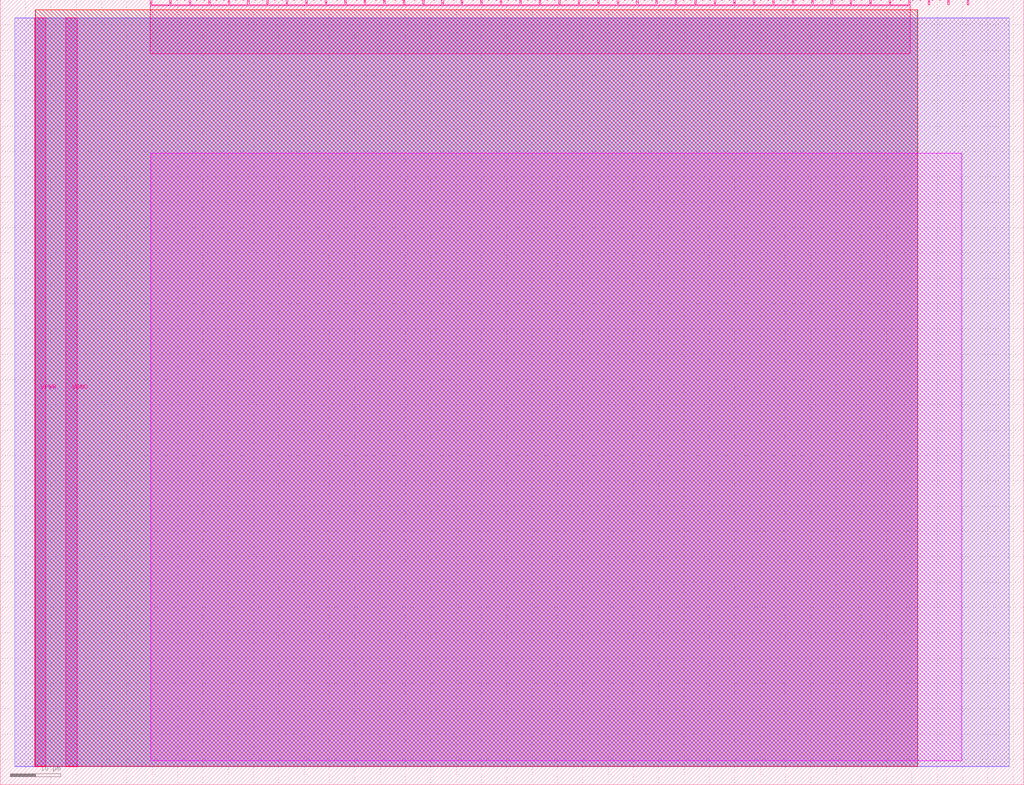
<source format=lef>
VERSION 5.7 ;
  NOWIREEXTENSIONATPIN ON ;
  DIVIDERCHAR "/" ;
  BUSBITCHARS "[]" ;
MACRO tt_um_blptrk_weaving03
  CLASS BLOCK ;
  FOREIGN tt_um_blptrk_weaving03 ;
  ORIGIN 0.000 0.000 ;
  SIZE 202.080 BY 154.980 ;
  PIN VGND
    DIRECTION INOUT ;
    USE GROUND ;
    PORT
      LAYER Metal5 ;
        RECT 12.980 3.560 15.180 151.420 ;
    END
  END VGND
  PIN VPWR
    DIRECTION INOUT ;
    USE POWER ;
    PORT
      LAYER Metal5 ;
        RECT 6.780 3.560 8.980 151.420 ;
    END
  END VPWR
  PIN clk
    DIRECTION INPUT ;
    USE SIGNAL ;
    PORT
      LAYER Metal5 ;
        RECT 187.050 153.980 187.350 154.980 ;
    END
  END clk
  PIN ena
    DIRECTION INPUT ;
    USE SIGNAL ;
    PORT
      LAYER Metal5 ;
        RECT 190.890 153.980 191.190 154.980 ;
    END
  END ena
  PIN rst_n
    DIRECTION INPUT ;
    USE SIGNAL ;
    PORT
      LAYER Metal5 ;
        RECT 183.210 153.980 183.510 154.980 ;
    END
  END rst_n
  PIN ui_in[0]
    DIRECTION INPUT ;
    USE SIGNAL ;
    ANTENNAGATEAREA 0.180700 ;
    PORT
      LAYER Metal5 ;
        RECT 179.370 153.980 179.670 154.980 ;
    END
  END ui_in[0]
  PIN ui_in[1]
    DIRECTION INPUT ;
    USE SIGNAL ;
    ANTENNAGATEAREA 0.180700 ;
    PORT
      LAYER Metal5 ;
        RECT 175.530 153.980 175.830 154.980 ;
    END
  END ui_in[1]
  PIN ui_in[2]
    DIRECTION INPUT ;
    USE SIGNAL ;
    ANTENNAGATEAREA 0.180700 ;
    PORT
      LAYER Metal5 ;
        RECT 171.690 153.980 171.990 154.980 ;
    END
  END ui_in[2]
  PIN ui_in[3]
    DIRECTION INPUT ;
    USE SIGNAL ;
    ANTENNAGATEAREA 0.180700 ;
    PORT
      LAYER Metal5 ;
        RECT 167.850 153.980 168.150 154.980 ;
    END
  END ui_in[3]
  PIN ui_in[4]
    DIRECTION INPUT ;
    USE SIGNAL ;
    ANTENNAGATEAREA 0.180700 ;
    PORT
      LAYER Metal5 ;
        RECT 164.010 153.980 164.310 154.980 ;
    END
  END ui_in[4]
  PIN ui_in[5]
    DIRECTION INPUT ;
    USE SIGNAL ;
    ANTENNAGATEAREA 0.180700 ;
    PORT
      LAYER Metal5 ;
        RECT 160.170 153.980 160.470 154.980 ;
    END
  END ui_in[5]
  PIN ui_in[6]
    DIRECTION INPUT ;
    USE SIGNAL ;
    ANTENNAGATEAREA 0.180700 ;
    PORT
      LAYER Metal5 ;
        RECT 156.330 153.980 156.630 154.980 ;
    END
  END ui_in[6]
  PIN ui_in[7]
    DIRECTION INPUT ;
    USE SIGNAL ;
    ANTENNAGATEAREA 0.180700 ;
    PORT
      LAYER Metal5 ;
        RECT 152.490 153.980 152.790 154.980 ;
    END
  END ui_in[7]
  PIN uio_in[0]
    DIRECTION INPUT ;
    USE SIGNAL ;
    ANTENNAGATEAREA 0.180700 ;
    PORT
      LAYER Metal5 ;
        RECT 148.650 153.980 148.950 154.980 ;
    END
  END uio_in[0]
  PIN uio_in[1]
    DIRECTION INPUT ;
    USE SIGNAL ;
    ANTENNAGATEAREA 0.180700 ;
    PORT
      LAYER Metal5 ;
        RECT 144.810 153.980 145.110 154.980 ;
    END
  END uio_in[1]
  PIN uio_in[2]
    DIRECTION INPUT ;
    USE SIGNAL ;
    ANTENNAGATEAREA 0.180700 ;
    PORT
      LAYER Metal5 ;
        RECT 140.970 153.980 141.270 154.980 ;
    END
  END uio_in[2]
  PIN uio_in[3]
    DIRECTION INPUT ;
    USE SIGNAL ;
    ANTENNAGATEAREA 0.180700 ;
    PORT
      LAYER Metal5 ;
        RECT 137.130 153.980 137.430 154.980 ;
    END
  END uio_in[3]
  PIN uio_in[4]
    DIRECTION INPUT ;
    USE SIGNAL ;
    ANTENNAGATEAREA 0.180700 ;
    PORT
      LAYER Metal5 ;
        RECT 133.290 153.980 133.590 154.980 ;
    END
  END uio_in[4]
  PIN uio_in[5]
    DIRECTION INPUT ;
    USE SIGNAL ;
    ANTENNAGATEAREA 0.180700 ;
    PORT
      LAYER Metal5 ;
        RECT 129.450 153.980 129.750 154.980 ;
    END
  END uio_in[5]
  PIN uio_in[6]
    DIRECTION INPUT ;
    USE SIGNAL ;
    ANTENNAGATEAREA 0.180700 ;
    PORT
      LAYER Metal5 ;
        RECT 125.610 153.980 125.910 154.980 ;
    END
  END uio_in[6]
  PIN uio_in[7]
    DIRECTION INPUT ;
    USE SIGNAL ;
    ANTENNAGATEAREA 0.180700 ;
    PORT
      LAYER Metal5 ;
        RECT 121.770 153.980 122.070 154.980 ;
    END
  END uio_in[7]
  PIN uio_oe[0]
    DIRECTION OUTPUT ;
    USE SIGNAL ;
    ANTENNADIFFAREA 0.299200 ;
    PORT
      LAYER Metal5 ;
        RECT 56.490 153.980 56.790 154.980 ;
    END
  END uio_oe[0]
  PIN uio_oe[1]
    DIRECTION OUTPUT ;
    USE SIGNAL ;
    ANTENNADIFFAREA 0.299200 ;
    PORT
      LAYER Metal5 ;
        RECT 52.650 153.980 52.950 154.980 ;
    END
  END uio_oe[1]
  PIN uio_oe[2]
    DIRECTION OUTPUT ;
    USE SIGNAL ;
    ANTENNADIFFAREA 0.299200 ;
    PORT
      LAYER Metal5 ;
        RECT 48.810 153.980 49.110 154.980 ;
    END
  END uio_oe[2]
  PIN uio_oe[3]
    DIRECTION OUTPUT ;
    USE SIGNAL ;
    ANTENNADIFFAREA 0.299200 ;
    PORT
      LAYER Metal5 ;
        RECT 44.970 153.980 45.270 154.980 ;
    END
  END uio_oe[3]
  PIN uio_oe[4]
    DIRECTION OUTPUT ;
    USE SIGNAL ;
    ANTENNADIFFAREA 0.299200 ;
    PORT
      LAYER Metal5 ;
        RECT 41.130 153.980 41.430 154.980 ;
    END
  END uio_oe[4]
  PIN uio_oe[5]
    DIRECTION OUTPUT ;
    USE SIGNAL ;
    ANTENNADIFFAREA 0.299200 ;
    PORT
      LAYER Metal5 ;
        RECT 37.290 153.980 37.590 154.980 ;
    END
  END uio_oe[5]
  PIN uio_oe[6]
    DIRECTION OUTPUT ;
    USE SIGNAL ;
    ANTENNADIFFAREA 0.299200 ;
    PORT
      LAYER Metal5 ;
        RECT 33.450 153.980 33.750 154.980 ;
    END
  END uio_oe[6]
  PIN uio_oe[7]
    DIRECTION OUTPUT ;
    USE SIGNAL ;
    ANTENNADIFFAREA 0.299200 ;
    PORT
      LAYER Metal5 ;
        RECT 29.610 153.980 29.910 154.980 ;
    END
  END uio_oe[7]
  PIN uio_out[0]
    DIRECTION OUTPUT ;
    USE SIGNAL ;
    ANTENNADIFFAREA 0.299200 ;
    PORT
      LAYER Metal5 ;
        RECT 87.210 153.980 87.510 154.980 ;
    END
  END uio_out[0]
  PIN uio_out[1]
    DIRECTION OUTPUT ;
    USE SIGNAL ;
    ANTENNADIFFAREA 0.299200 ;
    PORT
      LAYER Metal5 ;
        RECT 83.370 153.980 83.670 154.980 ;
    END
  END uio_out[1]
  PIN uio_out[2]
    DIRECTION OUTPUT ;
    USE SIGNAL ;
    ANTENNADIFFAREA 0.299200 ;
    PORT
      LAYER Metal5 ;
        RECT 79.530 153.980 79.830 154.980 ;
    END
  END uio_out[2]
  PIN uio_out[3]
    DIRECTION OUTPUT ;
    USE SIGNAL ;
    ANTENNADIFFAREA 0.299200 ;
    PORT
      LAYER Metal5 ;
        RECT 75.690 153.980 75.990 154.980 ;
    END
  END uio_out[3]
  PIN uio_out[4]
    DIRECTION OUTPUT ;
    USE SIGNAL ;
    ANTENNADIFFAREA 0.299200 ;
    PORT
      LAYER Metal5 ;
        RECT 71.850 153.980 72.150 154.980 ;
    END
  END uio_out[4]
  PIN uio_out[5]
    DIRECTION OUTPUT ;
    USE SIGNAL ;
    ANTENNADIFFAREA 0.299200 ;
    PORT
      LAYER Metal5 ;
        RECT 68.010 153.980 68.310 154.980 ;
    END
  END uio_out[5]
  PIN uio_out[6]
    DIRECTION OUTPUT ;
    USE SIGNAL ;
    ANTENNADIFFAREA 0.299200 ;
    PORT
      LAYER Metal5 ;
        RECT 64.170 153.980 64.470 154.980 ;
    END
  END uio_out[6]
  PIN uio_out[7]
    DIRECTION OUTPUT ;
    USE SIGNAL ;
    ANTENNADIFFAREA 0.299200 ;
    PORT
      LAYER Metal5 ;
        RECT 60.330 153.980 60.630 154.980 ;
    END
  END uio_out[7]
  PIN uo_out[0]
    DIRECTION OUTPUT ;
    USE SIGNAL ;
    ANTENNADIFFAREA 0.706400 ;
    PORT
      LAYER Metal5 ;
        RECT 117.930 153.980 118.230 154.980 ;
    END
  END uo_out[0]
  PIN uo_out[1]
    DIRECTION OUTPUT ;
    USE SIGNAL ;
    ANTENNADIFFAREA 0.706400 ;
    PORT
      LAYER Metal5 ;
        RECT 114.090 153.980 114.390 154.980 ;
    END
  END uo_out[1]
  PIN uo_out[2]
    DIRECTION OUTPUT ;
    USE SIGNAL ;
    ANTENNADIFFAREA 0.706400 ;
    PORT
      LAYER Metal5 ;
        RECT 110.250 153.980 110.550 154.980 ;
    END
  END uo_out[2]
  PIN uo_out[3]
    DIRECTION OUTPUT ;
    USE SIGNAL ;
    ANTENNADIFFAREA 0.733200 ;
    PORT
      LAYER Metal5 ;
        RECT 106.410 153.980 106.710 154.980 ;
    END
  END uo_out[3]
  PIN uo_out[4]
    DIRECTION OUTPUT ;
    USE SIGNAL ;
    ANTENNADIFFAREA 0.733200 ;
    PORT
      LAYER Metal5 ;
        RECT 102.570 153.980 102.870 154.980 ;
    END
  END uo_out[4]
  PIN uo_out[5]
    DIRECTION OUTPUT ;
    USE SIGNAL ;
    ANTENNADIFFAREA 0.733200 ;
    PORT
      LAYER Metal5 ;
        RECT 98.730 153.980 99.030 154.980 ;
    END
  END uo_out[5]
  PIN uo_out[6]
    DIRECTION OUTPUT ;
    USE SIGNAL ;
    ANTENNADIFFAREA 0.733200 ;
    PORT
      LAYER Metal5 ;
        RECT 94.890 153.980 95.190 154.980 ;
    END
  END uo_out[6]
  PIN uo_out[7]
    DIRECTION OUTPUT ;
    USE SIGNAL ;
    ANTENNADIFFAREA 0.733200 ;
    PORT
      LAYER Metal5 ;
        RECT 91.050 153.980 91.350 154.980 ;
    END
  END uo_out[7]
  OBS
      LAYER GatPoly ;
        RECT 2.880 3.630 199.200 151.350 ;
      LAYER Metal1 ;
        RECT 2.880 3.560 199.200 151.420 ;
      LAYER Metal2 ;
        RECT 6.915 3.680 181.105 151.300 ;
      LAYER Metal3 ;
        RECT 6.960 3.635 181.060 153.025 ;
      LAYER Metal4 ;
        RECT 6.915 3.680 181.105 152.980 ;
      LAYER Metal5 ;
        RECT 30.120 153.770 33.240 153.980 ;
        RECT 33.960 153.770 37.080 153.980 ;
        RECT 37.800 153.770 40.920 153.980 ;
        RECT 41.640 153.770 44.760 153.980 ;
        RECT 45.480 153.770 48.600 153.980 ;
        RECT 49.320 153.770 52.440 153.980 ;
        RECT 53.160 153.770 56.280 153.980 ;
        RECT 57.000 153.770 60.120 153.980 ;
        RECT 60.840 153.770 63.960 153.980 ;
        RECT 64.680 153.770 67.800 153.980 ;
        RECT 68.520 153.770 71.640 153.980 ;
        RECT 72.360 153.770 75.480 153.980 ;
        RECT 76.200 153.770 79.320 153.980 ;
        RECT 80.040 153.770 83.160 153.980 ;
        RECT 83.880 153.770 87.000 153.980 ;
        RECT 87.720 153.770 90.840 153.980 ;
        RECT 91.560 153.770 94.680 153.980 ;
        RECT 95.400 153.770 98.520 153.980 ;
        RECT 99.240 153.770 102.360 153.980 ;
        RECT 103.080 153.770 106.200 153.980 ;
        RECT 106.920 153.770 110.040 153.980 ;
        RECT 110.760 153.770 113.880 153.980 ;
        RECT 114.600 153.770 117.720 153.980 ;
        RECT 118.440 153.770 121.560 153.980 ;
        RECT 122.280 153.770 125.400 153.980 ;
        RECT 126.120 153.770 129.240 153.980 ;
        RECT 129.960 153.770 133.080 153.980 ;
        RECT 133.800 153.770 136.920 153.980 ;
        RECT 137.640 153.770 140.760 153.980 ;
        RECT 141.480 153.770 144.600 153.980 ;
        RECT 145.320 153.770 148.440 153.980 ;
        RECT 149.160 153.770 152.280 153.980 ;
        RECT 153.000 153.770 156.120 153.980 ;
        RECT 156.840 153.770 159.960 153.980 ;
        RECT 160.680 153.770 163.800 153.980 ;
        RECT 164.520 153.770 167.640 153.980 ;
        RECT 168.360 153.770 171.480 153.980 ;
        RECT 172.200 153.770 175.320 153.980 ;
        RECT 176.040 153.770 179.160 153.980 ;
        RECT 29.660 144.335 179.620 153.770 ;
      LAYER TopMetal1 ;
        RECT 29.700 4.700 189.845 124.710 ;
  END
END tt_um_blptrk_weaving03
END LIBRARY


</source>
